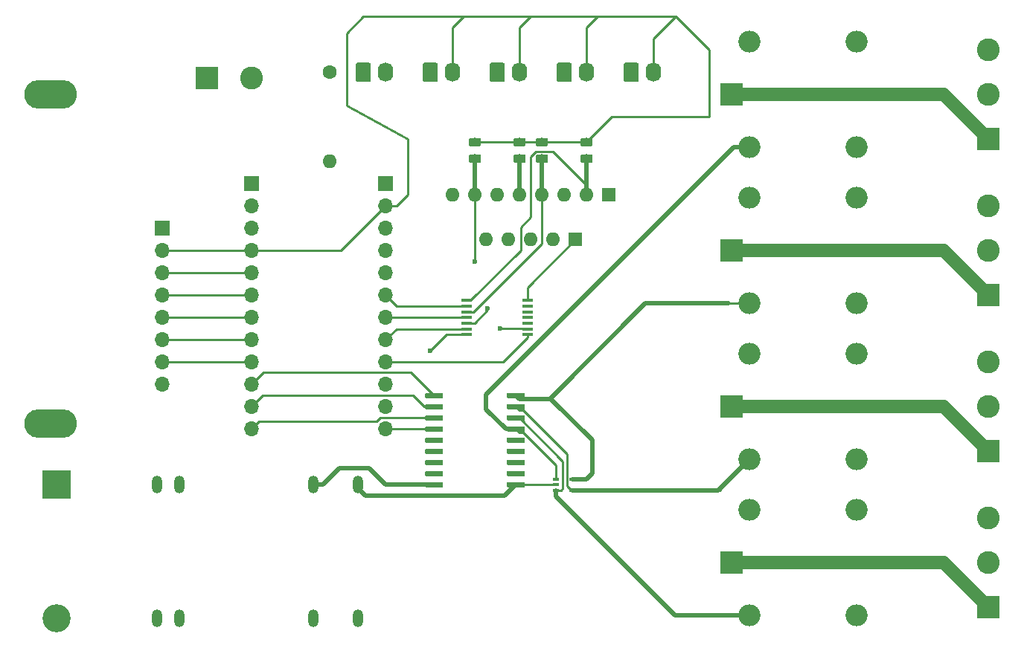
<source format=gbr>
%TF.GenerationSoftware,KiCad,Pcbnew,5.1.4+dfsg1-1*%
%TF.CreationDate,2019-12-07T14:51:34+10:00*%
%TF.ProjectId,ActuatorsExpanded,41637475-6174-46f7-9273-457870616e64,1*%
%TF.SameCoordinates,Original*%
%TF.FileFunction,Copper,L1,Top*%
%TF.FilePolarity,Positive*%
%FSLAX46Y46*%
G04 Gerber Fmt 4.6, Leading zero omitted, Abs format (unit mm)*
G04 Created by KiCad (PCBNEW 5.1.4+dfsg1-1) date 2019-12-07 14:51:34*
%MOMM*%
%LPD*%
G04 APERTURE LIST*
%ADD10C,2.600000*%
%ADD11R,2.600000X2.600000*%
%ADD12O,1.700000X1.700000*%
%ADD13R,1.700000X1.700000*%
%ADD14O,2.500000X2.500000*%
%ADD15R,2.500000X2.500000*%
%ADD16C,0.100000*%
%ADD17C,0.600000*%
%ADD18R,1.200000X0.400000*%
%ADD19O,1.600000X1.600000*%
%ADD20R,1.600000X1.600000*%
%ADD21C,1.600000*%
%ADD22O,1.200000X2.000000*%
%ADD23O,1.740000X2.200000*%
%ADD24C,1.740000*%
%ADD25O,6.000000X3.250000*%
%ADD26O,3.200000X3.200000*%
%ADD27R,3.200000X3.200000*%
%ADD28R,0.650000X0.400000*%
%ADD29C,0.975000*%
%ADD30C,0.250000*%
%ADD31C,0.500000*%
%ADD32C,1.500000*%
G04 APERTURE END LIST*
D10*
X194945000Y-58420000D03*
X194945000Y-63500000D03*
D11*
X194945000Y-68580000D03*
D12*
X126365000Y-101600000D03*
X126365000Y-99060000D03*
X126365000Y-96520000D03*
X126365000Y-93980000D03*
X126365000Y-91440000D03*
X126365000Y-88900000D03*
X126365000Y-86360000D03*
X126365000Y-83820000D03*
X126365000Y-81280000D03*
X126365000Y-78740000D03*
X126365000Y-76200000D03*
D13*
X126365000Y-73660000D03*
D10*
X194945000Y-111760000D03*
X194945000Y-116840000D03*
D11*
X194945000Y-121920000D03*
D14*
X167735000Y-75280000D03*
X179935000Y-75280000D03*
X179935000Y-87280000D03*
X167735000Y-87280000D03*
D15*
X165735000Y-81280000D03*
D14*
X167735000Y-93060000D03*
X179935000Y-93060000D03*
X179935000Y-105060000D03*
X167735000Y-105060000D03*
D15*
X165735000Y-99060000D03*
D16*
G36*
X142064703Y-97490722D02*
G01*
X142079264Y-97492882D01*
X142093543Y-97496459D01*
X142107403Y-97501418D01*
X142120710Y-97507712D01*
X142133336Y-97515280D01*
X142145159Y-97524048D01*
X142156066Y-97533934D01*
X142165952Y-97544841D01*
X142174720Y-97556664D01*
X142182288Y-97569290D01*
X142188582Y-97582597D01*
X142193541Y-97596457D01*
X142197118Y-97610736D01*
X142199278Y-97625297D01*
X142200000Y-97640000D01*
X142200000Y-97940000D01*
X142199278Y-97954703D01*
X142197118Y-97969264D01*
X142193541Y-97983543D01*
X142188582Y-97997403D01*
X142182288Y-98010710D01*
X142174720Y-98023336D01*
X142165952Y-98035159D01*
X142156066Y-98046066D01*
X142145159Y-98055952D01*
X142133336Y-98064720D01*
X142120710Y-98072288D01*
X142107403Y-98078582D01*
X142093543Y-98083541D01*
X142079264Y-98087118D01*
X142064703Y-98089278D01*
X142050000Y-98090000D01*
X140300000Y-98090000D01*
X140285297Y-98089278D01*
X140270736Y-98087118D01*
X140256457Y-98083541D01*
X140242597Y-98078582D01*
X140229290Y-98072288D01*
X140216664Y-98064720D01*
X140204841Y-98055952D01*
X140193934Y-98046066D01*
X140184048Y-98035159D01*
X140175280Y-98023336D01*
X140167712Y-98010710D01*
X140161418Y-97997403D01*
X140156459Y-97983543D01*
X140152882Y-97969264D01*
X140150722Y-97954703D01*
X140150000Y-97940000D01*
X140150000Y-97640000D01*
X140150722Y-97625297D01*
X140152882Y-97610736D01*
X140156459Y-97596457D01*
X140161418Y-97582597D01*
X140167712Y-97569290D01*
X140175280Y-97556664D01*
X140184048Y-97544841D01*
X140193934Y-97533934D01*
X140204841Y-97524048D01*
X140216664Y-97515280D01*
X140229290Y-97507712D01*
X140242597Y-97501418D01*
X140256457Y-97496459D01*
X140270736Y-97492882D01*
X140285297Y-97490722D01*
X140300000Y-97490000D01*
X142050000Y-97490000D01*
X142064703Y-97490722D01*
X142064703Y-97490722D01*
G37*
D17*
X141175000Y-97790000D03*
D16*
G36*
X142064703Y-98760722D02*
G01*
X142079264Y-98762882D01*
X142093543Y-98766459D01*
X142107403Y-98771418D01*
X142120710Y-98777712D01*
X142133336Y-98785280D01*
X142145159Y-98794048D01*
X142156066Y-98803934D01*
X142165952Y-98814841D01*
X142174720Y-98826664D01*
X142182288Y-98839290D01*
X142188582Y-98852597D01*
X142193541Y-98866457D01*
X142197118Y-98880736D01*
X142199278Y-98895297D01*
X142200000Y-98910000D01*
X142200000Y-99210000D01*
X142199278Y-99224703D01*
X142197118Y-99239264D01*
X142193541Y-99253543D01*
X142188582Y-99267403D01*
X142182288Y-99280710D01*
X142174720Y-99293336D01*
X142165952Y-99305159D01*
X142156066Y-99316066D01*
X142145159Y-99325952D01*
X142133336Y-99334720D01*
X142120710Y-99342288D01*
X142107403Y-99348582D01*
X142093543Y-99353541D01*
X142079264Y-99357118D01*
X142064703Y-99359278D01*
X142050000Y-99360000D01*
X140300000Y-99360000D01*
X140285297Y-99359278D01*
X140270736Y-99357118D01*
X140256457Y-99353541D01*
X140242597Y-99348582D01*
X140229290Y-99342288D01*
X140216664Y-99334720D01*
X140204841Y-99325952D01*
X140193934Y-99316066D01*
X140184048Y-99305159D01*
X140175280Y-99293336D01*
X140167712Y-99280710D01*
X140161418Y-99267403D01*
X140156459Y-99253543D01*
X140152882Y-99239264D01*
X140150722Y-99224703D01*
X140150000Y-99210000D01*
X140150000Y-98910000D01*
X140150722Y-98895297D01*
X140152882Y-98880736D01*
X140156459Y-98866457D01*
X140161418Y-98852597D01*
X140167712Y-98839290D01*
X140175280Y-98826664D01*
X140184048Y-98814841D01*
X140193934Y-98803934D01*
X140204841Y-98794048D01*
X140216664Y-98785280D01*
X140229290Y-98777712D01*
X140242597Y-98771418D01*
X140256457Y-98766459D01*
X140270736Y-98762882D01*
X140285297Y-98760722D01*
X140300000Y-98760000D01*
X142050000Y-98760000D01*
X142064703Y-98760722D01*
X142064703Y-98760722D01*
G37*
D17*
X141175000Y-99060000D03*
D16*
G36*
X142064703Y-100030722D02*
G01*
X142079264Y-100032882D01*
X142093543Y-100036459D01*
X142107403Y-100041418D01*
X142120710Y-100047712D01*
X142133336Y-100055280D01*
X142145159Y-100064048D01*
X142156066Y-100073934D01*
X142165952Y-100084841D01*
X142174720Y-100096664D01*
X142182288Y-100109290D01*
X142188582Y-100122597D01*
X142193541Y-100136457D01*
X142197118Y-100150736D01*
X142199278Y-100165297D01*
X142200000Y-100180000D01*
X142200000Y-100480000D01*
X142199278Y-100494703D01*
X142197118Y-100509264D01*
X142193541Y-100523543D01*
X142188582Y-100537403D01*
X142182288Y-100550710D01*
X142174720Y-100563336D01*
X142165952Y-100575159D01*
X142156066Y-100586066D01*
X142145159Y-100595952D01*
X142133336Y-100604720D01*
X142120710Y-100612288D01*
X142107403Y-100618582D01*
X142093543Y-100623541D01*
X142079264Y-100627118D01*
X142064703Y-100629278D01*
X142050000Y-100630000D01*
X140300000Y-100630000D01*
X140285297Y-100629278D01*
X140270736Y-100627118D01*
X140256457Y-100623541D01*
X140242597Y-100618582D01*
X140229290Y-100612288D01*
X140216664Y-100604720D01*
X140204841Y-100595952D01*
X140193934Y-100586066D01*
X140184048Y-100575159D01*
X140175280Y-100563336D01*
X140167712Y-100550710D01*
X140161418Y-100537403D01*
X140156459Y-100523543D01*
X140152882Y-100509264D01*
X140150722Y-100494703D01*
X140150000Y-100480000D01*
X140150000Y-100180000D01*
X140150722Y-100165297D01*
X140152882Y-100150736D01*
X140156459Y-100136457D01*
X140161418Y-100122597D01*
X140167712Y-100109290D01*
X140175280Y-100096664D01*
X140184048Y-100084841D01*
X140193934Y-100073934D01*
X140204841Y-100064048D01*
X140216664Y-100055280D01*
X140229290Y-100047712D01*
X140242597Y-100041418D01*
X140256457Y-100036459D01*
X140270736Y-100032882D01*
X140285297Y-100030722D01*
X140300000Y-100030000D01*
X142050000Y-100030000D01*
X142064703Y-100030722D01*
X142064703Y-100030722D01*
G37*
D17*
X141175000Y-100330000D03*
D16*
G36*
X142064703Y-101300722D02*
G01*
X142079264Y-101302882D01*
X142093543Y-101306459D01*
X142107403Y-101311418D01*
X142120710Y-101317712D01*
X142133336Y-101325280D01*
X142145159Y-101334048D01*
X142156066Y-101343934D01*
X142165952Y-101354841D01*
X142174720Y-101366664D01*
X142182288Y-101379290D01*
X142188582Y-101392597D01*
X142193541Y-101406457D01*
X142197118Y-101420736D01*
X142199278Y-101435297D01*
X142200000Y-101450000D01*
X142200000Y-101750000D01*
X142199278Y-101764703D01*
X142197118Y-101779264D01*
X142193541Y-101793543D01*
X142188582Y-101807403D01*
X142182288Y-101820710D01*
X142174720Y-101833336D01*
X142165952Y-101845159D01*
X142156066Y-101856066D01*
X142145159Y-101865952D01*
X142133336Y-101874720D01*
X142120710Y-101882288D01*
X142107403Y-101888582D01*
X142093543Y-101893541D01*
X142079264Y-101897118D01*
X142064703Y-101899278D01*
X142050000Y-101900000D01*
X140300000Y-101900000D01*
X140285297Y-101899278D01*
X140270736Y-101897118D01*
X140256457Y-101893541D01*
X140242597Y-101888582D01*
X140229290Y-101882288D01*
X140216664Y-101874720D01*
X140204841Y-101865952D01*
X140193934Y-101856066D01*
X140184048Y-101845159D01*
X140175280Y-101833336D01*
X140167712Y-101820710D01*
X140161418Y-101807403D01*
X140156459Y-101793543D01*
X140152882Y-101779264D01*
X140150722Y-101764703D01*
X140150000Y-101750000D01*
X140150000Y-101450000D01*
X140150722Y-101435297D01*
X140152882Y-101420736D01*
X140156459Y-101406457D01*
X140161418Y-101392597D01*
X140167712Y-101379290D01*
X140175280Y-101366664D01*
X140184048Y-101354841D01*
X140193934Y-101343934D01*
X140204841Y-101334048D01*
X140216664Y-101325280D01*
X140229290Y-101317712D01*
X140242597Y-101311418D01*
X140256457Y-101306459D01*
X140270736Y-101302882D01*
X140285297Y-101300722D01*
X140300000Y-101300000D01*
X142050000Y-101300000D01*
X142064703Y-101300722D01*
X142064703Y-101300722D01*
G37*
D17*
X141175000Y-101600000D03*
D16*
G36*
X142064703Y-102570722D02*
G01*
X142079264Y-102572882D01*
X142093543Y-102576459D01*
X142107403Y-102581418D01*
X142120710Y-102587712D01*
X142133336Y-102595280D01*
X142145159Y-102604048D01*
X142156066Y-102613934D01*
X142165952Y-102624841D01*
X142174720Y-102636664D01*
X142182288Y-102649290D01*
X142188582Y-102662597D01*
X142193541Y-102676457D01*
X142197118Y-102690736D01*
X142199278Y-102705297D01*
X142200000Y-102720000D01*
X142200000Y-103020000D01*
X142199278Y-103034703D01*
X142197118Y-103049264D01*
X142193541Y-103063543D01*
X142188582Y-103077403D01*
X142182288Y-103090710D01*
X142174720Y-103103336D01*
X142165952Y-103115159D01*
X142156066Y-103126066D01*
X142145159Y-103135952D01*
X142133336Y-103144720D01*
X142120710Y-103152288D01*
X142107403Y-103158582D01*
X142093543Y-103163541D01*
X142079264Y-103167118D01*
X142064703Y-103169278D01*
X142050000Y-103170000D01*
X140300000Y-103170000D01*
X140285297Y-103169278D01*
X140270736Y-103167118D01*
X140256457Y-103163541D01*
X140242597Y-103158582D01*
X140229290Y-103152288D01*
X140216664Y-103144720D01*
X140204841Y-103135952D01*
X140193934Y-103126066D01*
X140184048Y-103115159D01*
X140175280Y-103103336D01*
X140167712Y-103090710D01*
X140161418Y-103077403D01*
X140156459Y-103063543D01*
X140152882Y-103049264D01*
X140150722Y-103034703D01*
X140150000Y-103020000D01*
X140150000Y-102720000D01*
X140150722Y-102705297D01*
X140152882Y-102690736D01*
X140156459Y-102676457D01*
X140161418Y-102662597D01*
X140167712Y-102649290D01*
X140175280Y-102636664D01*
X140184048Y-102624841D01*
X140193934Y-102613934D01*
X140204841Y-102604048D01*
X140216664Y-102595280D01*
X140229290Y-102587712D01*
X140242597Y-102581418D01*
X140256457Y-102576459D01*
X140270736Y-102572882D01*
X140285297Y-102570722D01*
X140300000Y-102570000D01*
X142050000Y-102570000D01*
X142064703Y-102570722D01*
X142064703Y-102570722D01*
G37*
D17*
X141175000Y-102870000D03*
D16*
G36*
X142064703Y-103840722D02*
G01*
X142079264Y-103842882D01*
X142093543Y-103846459D01*
X142107403Y-103851418D01*
X142120710Y-103857712D01*
X142133336Y-103865280D01*
X142145159Y-103874048D01*
X142156066Y-103883934D01*
X142165952Y-103894841D01*
X142174720Y-103906664D01*
X142182288Y-103919290D01*
X142188582Y-103932597D01*
X142193541Y-103946457D01*
X142197118Y-103960736D01*
X142199278Y-103975297D01*
X142200000Y-103990000D01*
X142200000Y-104290000D01*
X142199278Y-104304703D01*
X142197118Y-104319264D01*
X142193541Y-104333543D01*
X142188582Y-104347403D01*
X142182288Y-104360710D01*
X142174720Y-104373336D01*
X142165952Y-104385159D01*
X142156066Y-104396066D01*
X142145159Y-104405952D01*
X142133336Y-104414720D01*
X142120710Y-104422288D01*
X142107403Y-104428582D01*
X142093543Y-104433541D01*
X142079264Y-104437118D01*
X142064703Y-104439278D01*
X142050000Y-104440000D01*
X140300000Y-104440000D01*
X140285297Y-104439278D01*
X140270736Y-104437118D01*
X140256457Y-104433541D01*
X140242597Y-104428582D01*
X140229290Y-104422288D01*
X140216664Y-104414720D01*
X140204841Y-104405952D01*
X140193934Y-104396066D01*
X140184048Y-104385159D01*
X140175280Y-104373336D01*
X140167712Y-104360710D01*
X140161418Y-104347403D01*
X140156459Y-104333543D01*
X140152882Y-104319264D01*
X140150722Y-104304703D01*
X140150000Y-104290000D01*
X140150000Y-103990000D01*
X140150722Y-103975297D01*
X140152882Y-103960736D01*
X140156459Y-103946457D01*
X140161418Y-103932597D01*
X140167712Y-103919290D01*
X140175280Y-103906664D01*
X140184048Y-103894841D01*
X140193934Y-103883934D01*
X140204841Y-103874048D01*
X140216664Y-103865280D01*
X140229290Y-103857712D01*
X140242597Y-103851418D01*
X140256457Y-103846459D01*
X140270736Y-103842882D01*
X140285297Y-103840722D01*
X140300000Y-103840000D01*
X142050000Y-103840000D01*
X142064703Y-103840722D01*
X142064703Y-103840722D01*
G37*
D17*
X141175000Y-104140000D03*
D16*
G36*
X142064703Y-105110722D02*
G01*
X142079264Y-105112882D01*
X142093543Y-105116459D01*
X142107403Y-105121418D01*
X142120710Y-105127712D01*
X142133336Y-105135280D01*
X142145159Y-105144048D01*
X142156066Y-105153934D01*
X142165952Y-105164841D01*
X142174720Y-105176664D01*
X142182288Y-105189290D01*
X142188582Y-105202597D01*
X142193541Y-105216457D01*
X142197118Y-105230736D01*
X142199278Y-105245297D01*
X142200000Y-105260000D01*
X142200000Y-105560000D01*
X142199278Y-105574703D01*
X142197118Y-105589264D01*
X142193541Y-105603543D01*
X142188582Y-105617403D01*
X142182288Y-105630710D01*
X142174720Y-105643336D01*
X142165952Y-105655159D01*
X142156066Y-105666066D01*
X142145159Y-105675952D01*
X142133336Y-105684720D01*
X142120710Y-105692288D01*
X142107403Y-105698582D01*
X142093543Y-105703541D01*
X142079264Y-105707118D01*
X142064703Y-105709278D01*
X142050000Y-105710000D01*
X140300000Y-105710000D01*
X140285297Y-105709278D01*
X140270736Y-105707118D01*
X140256457Y-105703541D01*
X140242597Y-105698582D01*
X140229290Y-105692288D01*
X140216664Y-105684720D01*
X140204841Y-105675952D01*
X140193934Y-105666066D01*
X140184048Y-105655159D01*
X140175280Y-105643336D01*
X140167712Y-105630710D01*
X140161418Y-105617403D01*
X140156459Y-105603543D01*
X140152882Y-105589264D01*
X140150722Y-105574703D01*
X140150000Y-105560000D01*
X140150000Y-105260000D01*
X140150722Y-105245297D01*
X140152882Y-105230736D01*
X140156459Y-105216457D01*
X140161418Y-105202597D01*
X140167712Y-105189290D01*
X140175280Y-105176664D01*
X140184048Y-105164841D01*
X140193934Y-105153934D01*
X140204841Y-105144048D01*
X140216664Y-105135280D01*
X140229290Y-105127712D01*
X140242597Y-105121418D01*
X140256457Y-105116459D01*
X140270736Y-105112882D01*
X140285297Y-105110722D01*
X140300000Y-105110000D01*
X142050000Y-105110000D01*
X142064703Y-105110722D01*
X142064703Y-105110722D01*
G37*
D17*
X141175000Y-105410000D03*
D16*
G36*
X142064703Y-106380722D02*
G01*
X142079264Y-106382882D01*
X142093543Y-106386459D01*
X142107403Y-106391418D01*
X142120710Y-106397712D01*
X142133336Y-106405280D01*
X142145159Y-106414048D01*
X142156066Y-106423934D01*
X142165952Y-106434841D01*
X142174720Y-106446664D01*
X142182288Y-106459290D01*
X142188582Y-106472597D01*
X142193541Y-106486457D01*
X142197118Y-106500736D01*
X142199278Y-106515297D01*
X142200000Y-106530000D01*
X142200000Y-106830000D01*
X142199278Y-106844703D01*
X142197118Y-106859264D01*
X142193541Y-106873543D01*
X142188582Y-106887403D01*
X142182288Y-106900710D01*
X142174720Y-106913336D01*
X142165952Y-106925159D01*
X142156066Y-106936066D01*
X142145159Y-106945952D01*
X142133336Y-106954720D01*
X142120710Y-106962288D01*
X142107403Y-106968582D01*
X142093543Y-106973541D01*
X142079264Y-106977118D01*
X142064703Y-106979278D01*
X142050000Y-106980000D01*
X140300000Y-106980000D01*
X140285297Y-106979278D01*
X140270736Y-106977118D01*
X140256457Y-106973541D01*
X140242597Y-106968582D01*
X140229290Y-106962288D01*
X140216664Y-106954720D01*
X140204841Y-106945952D01*
X140193934Y-106936066D01*
X140184048Y-106925159D01*
X140175280Y-106913336D01*
X140167712Y-106900710D01*
X140161418Y-106887403D01*
X140156459Y-106873543D01*
X140152882Y-106859264D01*
X140150722Y-106844703D01*
X140150000Y-106830000D01*
X140150000Y-106530000D01*
X140150722Y-106515297D01*
X140152882Y-106500736D01*
X140156459Y-106486457D01*
X140161418Y-106472597D01*
X140167712Y-106459290D01*
X140175280Y-106446664D01*
X140184048Y-106434841D01*
X140193934Y-106423934D01*
X140204841Y-106414048D01*
X140216664Y-106405280D01*
X140229290Y-106397712D01*
X140242597Y-106391418D01*
X140256457Y-106386459D01*
X140270736Y-106382882D01*
X140285297Y-106380722D01*
X140300000Y-106380000D01*
X142050000Y-106380000D01*
X142064703Y-106380722D01*
X142064703Y-106380722D01*
G37*
D17*
X141175000Y-106680000D03*
D16*
G36*
X142064703Y-107650722D02*
G01*
X142079264Y-107652882D01*
X142093543Y-107656459D01*
X142107403Y-107661418D01*
X142120710Y-107667712D01*
X142133336Y-107675280D01*
X142145159Y-107684048D01*
X142156066Y-107693934D01*
X142165952Y-107704841D01*
X142174720Y-107716664D01*
X142182288Y-107729290D01*
X142188582Y-107742597D01*
X142193541Y-107756457D01*
X142197118Y-107770736D01*
X142199278Y-107785297D01*
X142200000Y-107800000D01*
X142200000Y-108100000D01*
X142199278Y-108114703D01*
X142197118Y-108129264D01*
X142193541Y-108143543D01*
X142188582Y-108157403D01*
X142182288Y-108170710D01*
X142174720Y-108183336D01*
X142165952Y-108195159D01*
X142156066Y-108206066D01*
X142145159Y-108215952D01*
X142133336Y-108224720D01*
X142120710Y-108232288D01*
X142107403Y-108238582D01*
X142093543Y-108243541D01*
X142079264Y-108247118D01*
X142064703Y-108249278D01*
X142050000Y-108250000D01*
X140300000Y-108250000D01*
X140285297Y-108249278D01*
X140270736Y-108247118D01*
X140256457Y-108243541D01*
X140242597Y-108238582D01*
X140229290Y-108232288D01*
X140216664Y-108224720D01*
X140204841Y-108215952D01*
X140193934Y-108206066D01*
X140184048Y-108195159D01*
X140175280Y-108183336D01*
X140167712Y-108170710D01*
X140161418Y-108157403D01*
X140156459Y-108143543D01*
X140152882Y-108129264D01*
X140150722Y-108114703D01*
X140150000Y-108100000D01*
X140150000Y-107800000D01*
X140150722Y-107785297D01*
X140152882Y-107770736D01*
X140156459Y-107756457D01*
X140161418Y-107742597D01*
X140167712Y-107729290D01*
X140175280Y-107716664D01*
X140184048Y-107704841D01*
X140193934Y-107693934D01*
X140204841Y-107684048D01*
X140216664Y-107675280D01*
X140229290Y-107667712D01*
X140242597Y-107661418D01*
X140256457Y-107656459D01*
X140270736Y-107652882D01*
X140285297Y-107650722D01*
X140300000Y-107650000D01*
X142050000Y-107650000D01*
X142064703Y-107650722D01*
X142064703Y-107650722D01*
G37*
D17*
X141175000Y-107950000D03*
D16*
G36*
X132764703Y-107650722D02*
G01*
X132779264Y-107652882D01*
X132793543Y-107656459D01*
X132807403Y-107661418D01*
X132820710Y-107667712D01*
X132833336Y-107675280D01*
X132845159Y-107684048D01*
X132856066Y-107693934D01*
X132865952Y-107704841D01*
X132874720Y-107716664D01*
X132882288Y-107729290D01*
X132888582Y-107742597D01*
X132893541Y-107756457D01*
X132897118Y-107770736D01*
X132899278Y-107785297D01*
X132900000Y-107800000D01*
X132900000Y-108100000D01*
X132899278Y-108114703D01*
X132897118Y-108129264D01*
X132893541Y-108143543D01*
X132888582Y-108157403D01*
X132882288Y-108170710D01*
X132874720Y-108183336D01*
X132865952Y-108195159D01*
X132856066Y-108206066D01*
X132845159Y-108215952D01*
X132833336Y-108224720D01*
X132820710Y-108232288D01*
X132807403Y-108238582D01*
X132793543Y-108243541D01*
X132779264Y-108247118D01*
X132764703Y-108249278D01*
X132750000Y-108250000D01*
X131000000Y-108250000D01*
X130985297Y-108249278D01*
X130970736Y-108247118D01*
X130956457Y-108243541D01*
X130942597Y-108238582D01*
X130929290Y-108232288D01*
X130916664Y-108224720D01*
X130904841Y-108215952D01*
X130893934Y-108206066D01*
X130884048Y-108195159D01*
X130875280Y-108183336D01*
X130867712Y-108170710D01*
X130861418Y-108157403D01*
X130856459Y-108143543D01*
X130852882Y-108129264D01*
X130850722Y-108114703D01*
X130850000Y-108100000D01*
X130850000Y-107800000D01*
X130850722Y-107785297D01*
X130852882Y-107770736D01*
X130856459Y-107756457D01*
X130861418Y-107742597D01*
X130867712Y-107729290D01*
X130875280Y-107716664D01*
X130884048Y-107704841D01*
X130893934Y-107693934D01*
X130904841Y-107684048D01*
X130916664Y-107675280D01*
X130929290Y-107667712D01*
X130942597Y-107661418D01*
X130956457Y-107656459D01*
X130970736Y-107652882D01*
X130985297Y-107650722D01*
X131000000Y-107650000D01*
X132750000Y-107650000D01*
X132764703Y-107650722D01*
X132764703Y-107650722D01*
G37*
D17*
X131875000Y-107950000D03*
D16*
G36*
X132764703Y-106380722D02*
G01*
X132779264Y-106382882D01*
X132793543Y-106386459D01*
X132807403Y-106391418D01*
X132820710Y-106397712D01*
X132833336Y-106405280D01*
X132845159Y-106414048D01*
X132856066Y-106423934D01*
X132865952Y-106434841D01*
X132874720Y-106446664D01*
X132882288Y-106459290D01*
X132888582Y-106472597D01*
X132893541Y-106486457D01*
X132897118Y-106500736D01*
X132899278Y-106515297D01*
X132900000Y-106530000D01*
X132900000Y-106830000D01*
X132899278Y-106844703D01*
X132897118Y-106859264D01*
X132893541Y-106873543D01*
X132888582Y-106887403D01*
X132882288Y-106900710D01*
X132874720Y-106913336D01*
X132865952Y-106925159D01*
X132856066Y-106936066D01*
X132845159Y-106945952D01*
X132833336Y-106954720D01*
X132820710Y-106962288D01*
X132807403Y-106968582D01*
X132793543Y-106973541D01*
X132779264Y-106977118D01*
X132764703Y-106979278D01*
X132750000Y-106980000D01*
X131000000Y-106980000D01*
X130985297Y-106979278D01*
X130970736Y-106977118D01*
X130956457Y-106973541D01*
X130942597Y-106968582D01*
X130929290Y-106962288D01*
X130916664Y-106954720D01*
X130904841Y-106945952D01*
X130893934Y-106936066D01*
X130884048Y-106925159D01*
X130875280Y-106913336D01*
X130867712Y-106900710D01*
X130861418Y-106887403D01*
X130856459Y-106873543D01*
X130852882Y-106859264D01*
X130850722Y-106844703D01*
X130850000Y-106830000D01*
X130850000Y-106530000D01*
X130850722Y-106515297D01*
X130852882Y-106500736D01*
X130856459Y-106486457D01*
X130861418Y-106472597D01*
X130867712Y-106459290D01*
X130875280Y-106446664D01*
X130884048Y-106434841D01*
X130893934Y-106423934D01*
X130904841Y-106414048D01*
X130916664Y-106405280D01*
X130929290Y-106397712D01*
X130942597Y-106391418D01*
X130956457Y-106386459D01*
X130970736Y-106382882D01*
X130985297Y-106380722D01*
X131000000Y-106380000D01*
X132750000Y-106380000D01*
X132764703Y-106380722D01*
X132764703Y-106380722D01*
G37*
D17*
X131875000Y-106680000D03*
D16*
G36*
X132764703Y-105110722D02*
G01*
X132779264Y-105112882D01*
X132793543Y-105116459D01*
X132807403Y-105121418D01*
X132820710Y-105127712D01*
X132833336Y-105135280D01*
X132845159Y-105144048D01*
X132856066Y-105153934D01*
X132865952Y-105164841D01*
X132874720Y-105176664D01*
X132882288Y-105189290D01*
X132888582Y-105202597D01*
X132893541Y-105216457D01*
X132897118Y-105230736D01*
X132899278Y-105245297D01*
X132900000Y-105260000D01*
X132900000Y-105560000D01*
X132899278Y-105574703D01*
X132897118Y-105589264D01*
X132893541Y-105603543D01*
X132888582Y-105617403D01*
X132882288Y-105630710D01*
X132874720Y-105643336D01*
X132865952Y-105655159D01*
X132856066Y-105666066D01*
X132845159Y-105675952D01*
X132833336Y-105684720D01*
X132820710Y-105692288D01*
X132807403Y-105698582D01*
X132793543Y-105703541D01*
X132779264Y-105707118D01*
X132764703Y-105709278D01*
X132750000Y-105710000D01*
X131000000Y-105710000D01*
X130985297Y-105709278D01*
X130970736Y-105707118D01*
X130956457Y-105703541D01*
X130942597Y-105698582D01*
X130929290Y-105692288D01*
X130916664Y-105684720D01*
X130904841Y-105675952D01*
X130893934Y-105666066D01*
X130884048Y-105655159D01*
X130875280Y-105643336D01*
X130867712Y-105630710D01*
X130861418Y-105617403D01*
X130856459Y-105603543D01*
X130852882Y-105589264D01*
X130850722Y-105574703D01*
X130850000Y-105560000D01*
X130850000Y-105260000D01*
X130850722Y-105245297D01*
X130852882Y-105230736D01*
X130856459Y-105216457D01*
X130861418Y-105202597D01*
X130867712Y-105189290D01*
X130875280Y-105176664D01*
X130884048Y-105164841D01*
X130893934Y-105153934D01*
X130904841Y-105144048D01*
X130916664Y-105135280D01*
X130929290Y-105127712D01*
X130942597Y-105121418D01*
X130956457Y-105116459D01*
X130970736Y-105112882D01*
X130985297Y-105110722D01*
X131000000Y-105110000D01*
X132750000Y-105110000D01*
X132764703Y-105110722D01*
X132764703Y-105110722D01*
G37*
D17*
X131875000Y-105410000D03*
D16*
G36*
X132764703Y-103840722D02*
G01*
X132779264Y-103842882D01*
X132793543Y-103846459D01*
X132807403Y-103851418D01*
X132820710Y-103857712D01*
X132833336Y-103865280D01*
X132845159Y-103874048D01*
X132856066Y-103883934D01*
X132865952Y-103894841D01*
X132874720Y-103906664D01*
X132882288Y-103919290D01*
X132888582Y-103932597D01*
X132893541Y-103946457D01*
X132897118Y-103960736D01*
X132899278Y-103975297D01*
X132900000Y-103990000D01*
X132900000Y-104290000D01*
X132899278Y-104304703D01*
X132897118Y-104319264D01*
X132893541Y-104333543D01*
X132888582Y-104347403D01*
X132882288Y-104360710D01*
X132874720Y-104373336D01*
X132865952Y-104385159D01*
X132856066Y-104396066D01*
X132845159Y-104405952D01*
X132833336Y-104414720D01*
X132820710Y-104422288D01*
X132807403Y-104428582D01*
X132793543Y-104433541D01*
X132779264Y-104437118D01*
X132764703Y-104439278D01*
X132750000Y-104440000D01*
X131000000Y-104440000D01*
X130985297Y-104439278D01*
X130970736Y-104437118D01*
X130956457Y-104433541D01*
X130942597Y-104428582D01*
X130929290Y-104422288D01*
X130916664Y-104414720D01*
X130904841Y-104405952D01*
X130893934Y-104396066D01*
X130884048Y-104385159D01*
X130875280Y-104373336D01*
X130867712Y-104360710D01*
X130861418Y-104347403D01*
X130856459Y-104333543D01*
X130852882Y-104319264D01*
X130850722Y-104304703D01*
X130850000Y-104290000D01*
X130850000Y-103990000D01*
X130850722Y-103975297D01*
X130852882Y-103960736D01*
X130856459Y-103946457D01*
X130861418Y-103932597D01*
X130867712Y-103919290D01*
X130875280Y-103906664D01*
X130884048Y-103894841D01*
X130893934Y-103883934D01*
X130904841Y-103874048D01*
X130916664Y-103865280D01*
X130929290Y-103857712D01*
X130942597Y-103851418D01*
X130956457Y-103846459D01*
X130970736Y-103842882D01*
X130985297Y-103840722D01*
X131000000Y-103840000D01*
X132750000Y-103840000D01*
X132764703Y-103840722D01*
X132764703Y-103840722D01*
G37*
D17*
X131875000Y-104140000D03*
D16*
G36*
X132764703Y-102570722D02*
G01*
X132779264Y-102572882D01*
X132793543Y-102576459D01*
X132807403Y-102581418D01*
X132820710Y-102587712D01*
X132833336Y-102595280D01*
X132845159Y-102604048D01*
X132856066Y-102613934D01*
X132865952Y-102624841D01*
X132874720Y-102636664D01*
X132882288Y-102649290D01*
X132888582Y-102662597D01*
X132893541Y-102676457D01*
X132897118Y-102690736D01*
X132899278Y-102705297D01*
X132900000Y-102720000D01*
X132900000Y-103020000D01*
X132899278Y-103034703D01*
X132897118Y-103049264D01*
X132893541Y-103063543D01*
X132888582Y-103077403D01*
X132882288Y-103090710D01*
X132874720Y-103103336D01*
X132865952Y-103115159D01*
X132856066Y-103126066D01*
X132845159Y-103135952D01*
X132833336Y-103144720D01*
X132820710Y-103152288D01*
X132807403Y-103158582D01*
X132793543Y-103163541D01*
X132779264Y-103167118D01*
X132764703Y-103169278D01*
X132750000Y-103170000D01*
X131000000Y-103170000D01*
X130985297Y-103169278D01*
X130970736Y-103167118D01*
X130956457Y-103163541D01*
X130942597Y-103158582D01*
X130929290Y-103152288D01*
X130916664Y-103144720D01*
X130904841Y-103135952D01*
X130893934Y-103126066D01*
X130884048Y-103115159D01*
X130875280Y-103103336D01*
X130867712Y-103090710D01*
X130861418Y-103077403D01*
X130856459Y-103063543D01*
X130852882Y-103049264D01*
X130850722Y-103034703D01*
X130850000Y-103020000D01*
X130850000Y-102720000D01*
X130850722Y-102705297D01*
X130852882Y-102690736D01*
X130856459Y-102676457D01*
X130861418Y-102662597D01*
X130867712Y-102649290D01*
X130875280Y-102636664D01*
X130884048Y-102624841D01*
X130893934Y-102613934D01*
X130904841Y-102604048D01*
X130916664Y-102595280D01*
X130929290Y-102587712D01*
X130942597Y-102581418D01*
X130956457Y-102576459D01*
X130970736Y-102572882D01*
X130985297Y-102570722D01*
X131000000Y-102570000D01*
X132750000Y-102570000D01*
X132764703Y-102570722D01*
X132764703Y-102570722D01*
G37*
D17*
X131875000Y-102870000D03*
D16*
G36*
X132764703Y-101300722D02*
G01*
X132779264Y-101302882D01*
X132793543Y-101306459D01*
X132807403Y-101311418D01*
X132820710Y-101317712D01*
X132833336Y-101325280D01*
X132845159Y-101334048D01*
X132856066Y-101343934D01*
X132865952Y-101354841D01*
X132874720Y-101366664D01*
X132882288Y-101379290D01*
X132888582Y-101392597D01*
X132893541Y-101406457D01*
X132897118Y-101420736D01*
X132899278Y-101435297D01*
X132900000Y-101450000D01*
X132900000Y-101750000D01*
X132899278Y-101764703D01*
X132897118Y-101779264D01*
X132893541Y-101793543D01*
X132888582Y-101807403D01*
X132882288Y-101820710D01*
X132874720Y-101833336D01*
X132865952Y-101845159D01*
X132856066Y-101856066D01*
X132845159Y-101865952D01*
X132833336Y-101874720D01*
X132820710Y-101882288D01*
X132807403Y-101888582D01*
X132793543Y-101893541D01*
X132779264Y-101897118D01*
X132764703Y-101899278D01*
X132750000Y-101900000D01*
X131000000Y-101900000D01*
X130985297Y-101899278D01*
X130970736Y-101897118D01*
X130956457Y-101893541D01*
X130942597Y-101888582D01*
X130929290Y-101882288D01*
X130916664Y-101874720D01*
X130904841Y-101865952D01*
X130893934Y-101856066D01*
X130884048Y-101845159D01*
X130875280Y-101833336D01*
X130867712Y-101820710D01*
X130861418Y-101807403D01*
X130856459Y-101793543D01*
X130852882Y-101779264D01*
X130850722Y-101764703D01*
X130850000Y-101750000D01*
X130850000Y-101450000D01*
X130850722Y-101435297D01*
X130852882Y-101420736D01*
X130856459Y-101406457D01*
X130861418Y-101392597D01*
X130867712Y-101379290D01*
X130875280Y-101366664D01*
X130884048Y-101354841D01*
X130893934Y-101343934D01*
X130904841Y-101334048D01*
X130916664Y-101325280D01*
X130929290Y-101317712D01*
X130942597Y-101311418D01*
X130956457Y-101306459D01*
X130970736Y-101302882D01*
X130985297Y-101300722D01*
X131000000Y-101300000D01*
X132750000Y-101300000D01*
X132764703Y-101300722D01*
X132764703Y-101300722D01*
G37*
D17*
X131875000Y-101600000D03*
D16*
G36*
X132764703Y-100030722D02*
G01*
X132779264Y-100032882D01*
X132793543Y-100036459D01*
X132807403Y-100041418D01*
X132820710Y-100047712D01*
X132833336Y-100055280D01*
X132845159Y-100064048D01*
X132856066Y-100073934D01*
X132865952Y-100084841D01*
X132874720Y-100096664D01*
X132882288Y-100109290D01*
X132888582Y-100122597D01*
X132893541Y-100136457D01*
X132897118Y-100150736D01*
X132899278Y-100165297D01*
X132900000Y-100180000D01*
X132900000Y-100480000D01*
X132899278Y-100494703D01*
X132897118Y-100509264D01*
X132893541Y-100523543D01*
X132888582Y-100537403D01*
X132882288Y-100550710D01*
X132874720Y-100563336D01*
X132865952Y-100575159D01*
X132856066Y-100586066D01*
X132845159Y-100595952D01*
X132833336Y-100604720D01*
X132820710Y-100612288D01*
X132807403Y-100618582D01*
X132793543Y-100623541D01*
X132779264Y-100627118D01*
X132764703Y-100629278D01*
X132750000Y-100630000D01*
X131000000Y-100630000D01*
X130985297Y-100629278D01*
X130970736Y-100627118D01*
X130956457Y-100623541D01*
X130942597Y-100618582D01*
X130929290Y-100612288D01*
X130916664Y-100604720D01*
X130904841Y-100595952D01*
X130893934Y-100586066D01*
X130884048Y-100575159D01*
X130875280Y-100563336D01*
X130867712Y-100550710D01*
X130861418Y-100537403D01*
X130856459Y-100523543D01*
X130852882Y-100509264D01*
X130850722Y-100494703D01*
X130850000Y-100480000D01*
X130850000Y-100180000D01*
X130850722Y-100165297D01*
X130852882Y-100150736D01*
X130856459Y-100136457D01*
X130861418Y-100122597D01*
X130867712Y-100109290D01*
X130875280Y-100096664D01*
X130884048Y-100084841D01*
X130893934Y-100073934D01*
X130904841Y-100064048D01*
X130916664Y-100055280D01*
X130929290Y-100047712D01*
X130942597Y-100041418D01*
X130956457Y-100036459D01*
X130970736Y-100032882D01*
X130985297Y-100030722D01*
X131000000Y-100030000D01*
X132750000Y-100030000D01*
X132764703Y-100030722D01*
X132764703Y-100030722D01*
G37*
D17*
X131875000Y-100330000D03*
D16*
G36*
X132764703Y-98760722D02*
G01*
X132779264Y-98762882D01*
X132793543Y-98766459D01*
X132807403Y-98771418D01*
X132820710Y-98777712D01*
X132833336Y-98785280D01*
X132845159Y-98794048D01*
X132856066Y-98803934D01*
X132865952Y-98814841D01*
X132874720Y-98826664D01*
X132882288Y-98839290D01*
X132888582Y-98852597D01*
X132893541Y-98866457D01*
X132897118Y-98880736D01*
X132899278Y-98895297D01*
X132900000Y-98910000D01*
X132900000Y-99210000D01*
X132899278Y-99224703D01*
X132897118Y-99239264D01*
X132893541Y-99253543D01*
X132888582Y-99267403D01*
X132882288Y-99280710D01*
X132874720Y-99293336D01*
X132865952Y-99305159D01*
X132856066Y-99316066D01*
X132845159Y-99325952D01*
X132833336Y-99334720D01*
X132820710Y-99342288D01*
X132807403Y-99348582D01*
X132793543Y-99353541D01*
X132779264Y-99357118D01*
X132764703Y-99359278D01*
X132750000Y-99360000D01*
X131000000Y-99360000D01*
X130985297Y-99359278D01*
X130970736Y-99357118D01*
X130956457Y-99353541D01*
X130942597Y-99348582D01*
X130929290Y-99342288D01*
X130916664Y-99334720D01*
X130904841Y-99325952D01*
X130893934Y-99316066D01*
X130884048Y-99305159D01*
X130875280Y-99293336D01*
X130867712Y-99280710D01*
X130861418Y-99267403D01*
X130856459Y-99253543D01*
X130852882Y-99239264D01*
X130850722Y-99224703D01*
X130850000Y-99210000D01*
X130850000Y-98910000D01*
X130850722Y-98895297D01*
X130852882Y-98880736D01*
X130856459Y-98866457D01*
X130861418Y-98852597D01*
X130867712Y-98839290D01*
X130875280Y-98826664D01*
X130884048Y-98814841D01*
X130893934Y-98803934D01*
X130904841Y-98794048D01*
X130916664Y-98785280D01*
X130929290Y-98777712D01*
X130942597Y-98771418D01*
X130956457Y-98766459D01*
X130970736Y-98762882D01*
X130985297Y-98760722D01*
X131000000Y-98760000D01*
X132750000Y-98760000D01*
X132764703Y-98760722D01*
X132764703Y-98760722D01*
G37*
D17*
X131875000Y-99060000D03*
D16*
G36*
X132764703Y-97490722D02*
G01*
X132779264Y-97492882D01*
X132793543Y-97496459D01*
X132807403Y-97501418D01*
X132820710Y-97507712D01*
X132833336Y-97515280D01*
X132845159Y-97524048D01*
X132856066Y-97533934D01*
X132865952Y-97544841D01*
X132874720Y-97556664D01*
X132882288Y-97569290D01*
X132888582Y-97582597D01*
X132893541Y-97596457D01*
X132897118Y-97610736D01*
X132899278Y-97625297D01*
X132900000Y-97640000D01*
X132900000Y-97940000D01*
X132899278Y-97954703D01*
X132897118Y-97969264D01*
X132893541Y-97983543D01*
X132888582Y-97997403D01*
X132882288Y-98010710D01*
X132874720Y-98023336D01*
X132865952Y-98035159D01*
X132856066Y-98046066D01*
X132845159Y-98055952D01*
X132833336Y-98064720D01*
X132820710Y-98072288D01*
X132807403Y-98078582D01*
X132793543Y-98083541D01*
X132779264Y-98087118D01*
X132764703Y-98089278D01*
X132750000Y-98090000D01*
X131000000Y-98090000D01*
X130985297Y-98089278D01*
X130970736Y-98087118D01*
X130956457Y-98083541D01*
X130942597Y-98078582D01*
X130929290Y-98072288D01*
X130916664Y-98064720D01*
X130904841Y-98055952D01*
X130893934Y-98046066D01*
X130884048Y-98035159D01*
X130875280Y-98023336D01*
X130867712Y-98010710D01*
X130861418Y-97997403D01*
X130856459Y-97983543D01*
X130852882Y-97969264D01*
X130850722Y-97954703D01*
X130850000Y-97940000D01*
X130850000Y-97640000D01*
X130850722Y-97625297D01*
X130852882Y-97610736D01*
X130856459Y-97596457D01*
X130861418Y-97582597D01*
X130867712Y-97569290D01*
X130875280Y-97556664D01*
X130884048Y-97544841D01*
X130893934Y-97533934D01*
X130904841Y-97524048D01*
X130916664Y-97515280D01*
X130929290Y-97507712D01*
X130942597Y-97501418D01*
X130956457Y-97496459D01*
X130970736Y-97492882D01*
X130985297Y-97490722D01*
X131000000Y-97490000D01*
X132750000Y-97490000D01*
X132764703Y-97490722D01*
X132764703Y-97490722D01*
G37*
D17*
X131875000Y-97790000D03*
D18*
X142515000Y-86950000D03*
X142515000Y-87600000D03*
X142515000Y-88250000D03*
X142515000Y-88900000D03*
X142515000Y-89550000D03*
X142515000Y-90200000D03*
X142515000Y-90850000D03*
X135615000Y-90850000D03*
X135615000Y-90200000D03*
X135615000Y-89550000D03*
X135615000Y-88900000D03*
X135615000Y-88250000D03*
X135615000Y-87600000D03*
X135615000Y-86950000D03*
D19*
X133985000Y-74930000D03*
X136525000Y-74930000D03*
X139065000Y-74930000D03*
X141605000Y-74930000D03*
X144145000Y-74930000D03*
X146685000Y-74930000D03*
X149225000Y-74930000D03*
D20*
X151765000Y-74930000D03*
D19*
X137795000Y-80010000D03*
X140335000Y-80010000D03*
X142875000Y-80010000D03*
X145415000Y-80010000D03*
D20*
X147955000Y-80010000D03*
D19*
X120015000Y-71120000D03*
D21*
X120015000Y-60960000D03*
D22*
X100330000Y-107950000D03*
X100330000Y-123190000D03*
X102870000Y-107950000D03*
X102870000Y-123190000D03*
X118110000Y-107950000D03*
X118110000Y-123190000D03*
X123190000Y-107950000D03*
X123190000Y-123190000D03*
D14*
X167735000Y-57500000D03*
X179935000Y-57500000D03*
X179935000Y-69500000D03*
X167735000Y-69500000D03*
D15*
X165735000Y-63500000D03*
D14*
X167735000Y-110840000D03*
X179935000Y-110840000D03*
X179935000Y-122840000D03*
X167735000Y-122840000D03*
D15*
X165735000Y-116840000D03*
D23*
X133985000Y-60960000D03*
D16*
G36*
X132089505Y-59861204D02*
G01*
X132113773Y-59864804D01*
X132137572Y-59870765D01*
X132160671Y-59879030D01*
X132182850Y-59889520D01*
X132203893Y-59902132D01*
X132223599Y-59916747D01*
X132241777Y-59933223D01*
X132258253Y-59951401D01*
X132272868Y-59971107D01*
X132285480Y-59992150D01*
X132295970Y-60014329D01*
X132304235Y-60037428D01*
X132310196Y-60061227D01*
X132313796Y-60085495D01*
X132315000Y-60109999D01*
X132315000Y-61810001D01*
X132313796Y-61834505D01*
X132310196Y-61858773D01*
X132304235Y-61882572D01*
X132295970Y-61905671D01*
X132285480Y-61927850D01*
X132272868Y-61948893D01*
X132258253Y-61968599D01*
X132241777Y-61986777D01*
X132223599Y-62003253D01*
X132203893Y-62017868D01*
X132182850Y-62030480D01*
X132160671Y-62040970D01*
X132137572Y-62049235D01*
X132113773Y-62055196D01*
X132089505Y-62058796D01*
X132065001Y-62060000D01*
X130824999Y-62060000D01*
X130800495Y-62058796D01*
X130776227Y-62055196D01*
X130752428Y-62049235D01*
X130729329Y-62040970D01*
X130707150Y-62030480D01*
X130686107Y-62017868D01*
X130666401Y-62003253D01*
X130648223Y-61986777D01*
X130631747Y-61968599D01*
X130617132Y-61948893D01*
X130604520Y-61927850D01*
X130594030Y-61905671D01*
X130585765Y-61882572D01*
X130579804Y-61858773D01*
X130576204Y-61834505D01*
X130575000Y-61810001D01*
X130575000Y-60109999D01*
X130576204Y-60085495D01*
X130579804Y-60061227D01*
X130585765Y-60037428D01*
X130594030Y-60014329D01*
X130604520Y-59992150D01*
X130617132Y-59971107D01*
X130631747Y-59951401D01*
X130648223Y-59933223D01*
X130666401Y-59916747D01*
X130686107Y-59902132D01*
X130707150Y-59889520D01*
X130729329Y-59879030D01*
X130752428Y-59870765D01*
X130776227Y-59864804D01*
X130800495Y-59861204D01*
X130824999Y-59860000D01*
X132065001Y-59860000D01*
X132089505Y-59861204D01*
X132089505Y-59861204D01*
G37*
D24*
X131445000Y-60960000D03*
D23*
X141605000Y-60960000D03*
D16*
G36*
X139709505Y-59861204D02*
G01*
X139733773Y-59864804D01*
X139757572Y-59870765D01*
X139780671Y-59879030D01*
X139802850Y-59889520D01*
X139823893Y-59902132D01*
X139843599Y-59916747D01*
X139861777Y-59933223D01*
X139878253Y-59951401D01*
X139892868Y-59971107D01*
X139905480Y-59992150D01*
X139915970Y-60014329D01*
X139924235Y-60037428D01*
X139930196Y-60061227D01*
X139933796Y-60085495D01*
X139935000Y-60109999D01*
X139935000Y-61810001D01*
X139933796Y-61834505D01*
X139930196Y-61858773D01*
X139924235Y-61882572D01*
X139915970Y-61905671D01*
X139905480Y-61927850D01*
X139892868Y-61948893D01*
X139878253Y-61968599D01*
X139861777Y-61986777D01*
X139843599Y-62003253D01*
X139823893Y-62017868D01*
X139802850Y-62030480D01*
X139780671Y-62040970D01*
X139757572Y-62049235D01*
X139733773Y-62055196D01*
X139709505Y-62058796D01*
X139685001Y-62060000D01*
X138444999Y-62060000D01*
X138420495Y-62058796D01*
X138396227Y-62055196D01*
X138372428Y-62049235D01*
X138349329Y-62040970D01*
X138327150Y-62030480D01*
X138306107Y-62017868D01*
X138286401Y-62003253D01*
X138268223Y-61986777D01*
X138251747Y-61968599D01*
X138237132Y-61948893D01*
X138224520Y-61927850D01*
X138214030Y-61905671D01*
X138205765Y-61882572D01*
X138199804Y-61858773D01*
X138196204Y-61834505D01*
X138195000Y-61810001D01*
X138195000Y-60109999D01*
X138196204Y-60085495D01*
X138199804Y-60061227D01*
X138205765Y-60037428D01*
X138214030Y-60014329D01*
X138224520Y-59992150D01*
X138237132Y-59971107D01*
X138251747Y-59951401D01*
X138268223Y-59933223D01*
X138286401Y-59916747D01*
X138306107Y-59902132D01*
X138327150Y-59889520D01*
X138349329Y-59879030D01*
X138372428Y-59870765D01*
X138396227Y-59864804D01*
X138420495Y-59861204D01*
X138444999Y-59860000D01*
X139685001Y-59860000D01*
X139709505Y-59861204D01*
X139709505Y-59861204D01*
G37*
D24*
X139065000Y-60960000D03*
D23*
X149225000Y-60960000D03*
D16*
G36*
X147329505Y-59861204D02*
G01*
X147353773Y-59864804D01*
X147377572Y-59870765D01*
X147400671Y-59879030D01*
X147422850Y-59889520D01*
X147443893Y-59902132D01*
X147463599Y-59916747D01*
X147481777Y-59933223D01*
X147498253Y-59951401D01*
X147512868Y-59971107D01*
X147525480Y-59992150D01*
X147535970Y-60014329D01*
X147544235Y-60037428D01*
X147550196Y-60061227D01*
X147553796Y-60085495D01*
X147555000Y-60109999D01*
X147555000Y-61810001D01*
X147553796Y-61834505D01*
X147550196Y-61858773D01*
X147544235Y-61882572D01*
X147535970Y-61905671D01*
X147525480Y-61927850D01*
X147512868Y-61948893D01*
X147498253Y-61968599D01*
X147481777Y-61986777D01*
X147463599Y-62003253D01*
X147443893Y-62017868D01*
X147422850Y-62030480D01*
X147400671Y-62040970D01*
X147377572Y-62049235D01*
X147353773Y-62055196D01*
X147329505Y-62058796D01*
X147305001Y-62060000D01*
X146064999Y-62060000D01*
X146040495Y-62058796D01*
X146016227Y-62055196D01*
X145992428Y-62049235D01*
X145969329Y-62040970D01*
X145947150Y-62030480D01*
X145926107Y-62017868D01*
X145906401Y-62003253D01*
X145888223Y-61986777D01*
X145871747Y-61968599D01*
X145857132Y-61948893D01*
X145844520Y-61927850D01*
X145834030Y-61905671D01*
X145825765Y-61882572D01*
X145819804Y-61858773D01*
X145816204Y-61834505D01*
X145815000Y-61810001D01*
X145815000Y-60109999D01*
X145816204Y-60085495D01*
X145819804Y-60061227D01*
X145825765Y-60037428D01*
X145834030Y-60014329D01*
X145844520Y-59992150D01*
X145857132Y-59971107D01*
X145871747Y-59951401D01*
X145888223Y-59933223D01*
X145906401Y-59916747D01*
X145926107Y-59902132D01*
X145947150Y-59889520D01*
X145969329Y-59879030D01*
X145992428Y-59870765D01*
X146016227Y-59864804D01*
X146040495Y-59861204D01*
X146064999Y-59860000D01*
X147305001Y-59860000D01*
X147329505Y-59861204D01*
X147329505Y-59861204D01*
G37*
D24*
X146685000Y-60960000D03*
D10*
X194945000Y-76200000D03*
X194945000Y-81280000D03*
D11*
X194945000Y-86360000D03*
D10*
X194945000Y-93980000D03*
X194945000Y-99060000D03*
D11*
X194945000Y-104140000D03*
D23*
X156845000Y-60960000D03*
D16*
G36*
X154949505Y-59861204D02*
G01*
X154973773Y-59864804D01*
X154997572Y-59870765D01*
X155020671Y-59879030D01*
X155042850Y-59889520D01*
X155063893Y-59902132D01*
X155083599Y-59916747D01*
X155101777Y-59933223D01*
X155118253Y-59951401D01*
X155132868Y-59971107D01*
X155145480Y-59992150D01*
X155155970Y-60014329D01*
X155164235Y-60037428D01*
X155170196Y-60061227D01*
X155173796Y-60085495D01*
X155175000Y-60109999D01*
X155175000Y-61810001D01*
X155173796Y-61834505D01*
X155170196Y-61858773D01*
X155164235Y-61882572D01*
X155155970Y-61905671D01*
X155145480Y-61927850D01*
X155132868Y-61948893D01*
X155118253Y-61968599D01*
X155101777Y-61986777D01*
X155083599Y-62003253D01*
X155063893Y-62017868D01*
X155042850Y-62030480D01*
X155020671Y-62040970D01*
X154997572Y-62049235D01*
X154973773Y-62055196D01*
X154949505Y-62058796D01*
X154925001Y-62060000D01*
X153684999Y-62060000D01*
X153660495Y-62058796D01*
X153636227Y-62055196D01*
X153612428Y-62049235D01*
X153589329Y-62040970D01*
X153567150Y-62030480D01*
X153546107Y-62017868D01*
X153526401Y-62003253D01*
X153508223Y-61986777D01*
X153491747Y-61968599D01*
X153477132Y-61948893D01*
X153464520Y-61927850D01*
X153454030Y-61905671D01*
X153445765Y-61882572D01*
X153439804Y-61858773D01*
X153436204Y-61834505D01*
X153435000Y-61810001D01*
X153435000Y-60109999D01*
X153436204Y-60085495D01*
X153439804Y-60061227D01*
X153445765Y-60037428D01*
X153454030Y-60014329D01*
X153464520Y-59992150D01*
X153477132Y-59971107D01*
X153491747Y-59951401D01*
X153508223Y-59933223D01*
X153526401Y-59916747D01*
X153546107Y-59902132D01*
X153567150Y-59889520D01*
X153589329Y-59879030D01*
X153612428Y-59870765D01*
X153636227Y-59864804D01*
X153660495Y-59861204D01*
X153684999Y-59860000D01*
X154925001Y-59860000D01*
X154949505Y-59861204D01*
X154949505Y-59861204D01*
G37*
D24*
X154305000Y-60960000D03*
D23*
X126365000Y-60960000D03*
D16*
G36*
X124469505Y-59861204D02*
G01*
X124493773Y-59864804D01*
X124517572Y-59870765D01*
X124540671Y-59879030D01*
X124562850Y-59889520D01*
X124583893Y-59902132D01*
X124603599Y-59916747D01*
X124621777Y-59933223D01*
X124638253Y-59951401D01*
X124652868Y-59971107D01*
X124665480Y-59992150D01*
X124675970Y-60014329D01*
X124684235Y-60037428D01*
X124690196Y-60061227D01*
X124693796Y-60085495D01*
X124695000Y-60109999D01*
X124695000Y-61810001D01*
X124693796Y-61834505D01*
X124690196Y-61858773D01*
X124684235Y-61882572D01*
X124675970Y-61905671D01*
X124665480Y-61927850D01*
X124652868Y-61948893D01*
X124638253Y-61968599D01*
X124621777Y-61986777D01*
X124603599Y-62003253D01*
X124583893Y-62017868D01*
X124562850Y-62030480D01*
X124540671Y-62040970D01*
X124517572Y-62049235D01*
X124493773Y-62055196D01*
X124469505Y-62058796D01*
X124445001Y-62060000D01*
X123204999Y-62060000D01*
X123180495Y-62058796D01*
X123156227Y-62055196D01*
X123132428Y-62049235D01*
X123109329Y-62040970D01*
X123087150Y-62030480D01*
X123066107Y-62017868D01*
X123046401Y-62003253D01*
X123028223Y-61986777D01*
X123011747Y-61968599D01*
X122997132Y-61948893D01*
X122984520Y-61927850D01*
X122974030Y-61905671D01*
X122965765Y-61882572D01*
X122959804Y-61858773D01*
X122956204Y-61834505D01*
X122955000Y-61810001D01*
X122955000Y-60109999D01*
X122956204Y-60085495D01*
X122959804Y-60061227D01*
X122965765Y-60037428D01*
X122974030Y-60014329D01*
X122984520Y-59992150D01*
X122997132Y-59971107D01*
X123011747Y-59951401D01*
X123028223Y-59933223D01*
X123046401Y-59916747D01*
X123066107Y-59902132D01*
X123087150Y-59889520D01*
X123109329Y-59879030D01*
X123132428Y-59870765D01*
X123156227Y-59864804D01*
X123180495Y-59861204D01*
X123204999Y-59860000D01*
X124445001Y-59860000D01*
X124469505Y-59861204D01*
X124469505Y-59861204D01*
G37*
D24*
X123825000Y-60960000D03*
D12*
X100965000Y-96520000D03*
X100965000Y-93980000D03*
X100965000Y-91440000D03*
X100965000Y-88900000D03*
X100965000Y-86360000D03*
X100965000Y-83820000D03*
X100965000Y-81280000D03*
D13*
X100965000Y-78740000D03*
D10*
X111125000Y-61595000D03*
D11*
X106045000Y-61595000D03*
D12*
X111125000Y-101600000D03*
X111125000Y-99060000D03*
X111125000Y-96520000D03*
X111125000Y-93980000D03*
X111125000Y-91440000D03*
X111125000Y-88900000D03*
X111125000Y-86360000D03*
X111125000Y-83820000D03*
X111125000Y-81280000D03*
X111125000Y-78740000D03*
X111125000Y-76200000D03*
D13*
X111125000Y-73660000D03*
D25*
X88265000Y-63500000D03*
X88265000Y-101000000D03*
D26*
X88900000Y-123190000D03*
D27*
X88900000Y-107950000D03*
D28*
X147635000Y-107300000D03*
X147635000Y-108600000D03*
X145735000Y-107950000D03*
X145735000Y-108600000D03*
X145735000Y-107300000D03*
D16*
G36*
X137005142Y-68426174D02*
G01*
X137028803Y-68429684D01*
X137052007Y-68435496D01*
X137074529Y-68443554D01*
X137096153Y-68453782D01*
X137116670Y-68466079D01*
X137135883Y-68480329D01*
X137153607Y-68496393D01*
X137169671Y-68514117D01*
X137183921Y-68533330D01*
X137196218Y-68553847D01*
X137206446Y-68575471D01*
X137214504Y-68597993D01*
X137220316Y-68621197D01*
X137223826Y-68644858D01*
X137225000Y-68668750D01*
X137225000Y-69156250D01*
X137223826Y-69180142D01*
X137220316Y-69203803D01*
X137214504Y-69227007D01*
X137206446Y-69249529D01*
X137196218Y-69271153D01*
X137183921Y-69291670D01*
X137169671Y-69310883D01*
X137153607Y-69328607D01*
X137135883Y-69344671D01*
X137116670Y-69358921D01*
X137096153Y-69371218D01*
X137074529Y-69381446D01*
X137052007Y-69389504D01*
X137028803Y-69395316D01*
X137005142Y-69398826D01*
X136981250Y-69400000D01*
X136068750Y-69400000D01*
X136044858Y-69398826D01*
X136021197Y-69395316D01*
X135997993Y-69389504D01*
X135975471Y-69381446D01*
X135953847Y-69371218D01*
X135933330Y-69358921D01*
X135914117Y-69344671D01*
X135896393Y-69328607D01*
X135880329Y-69310883D01*
X135866079Y-69291670D01*
X135853782Y-69271153D01*
X135843554Y-69249529D01*
X135835496Y-69227007D01*
X135829684Y-69203803D01*
X135826174Y-69180142D01*
X135825000Y-69156250D01*
X135825000Y-68668750D01*
X135826174Y-68644858D01*
X135829684Y-68621197D01*
X135835496Y-68597993D01*
X135843554Y-68575471D01*
X135853782Y-68553847D01*
X135866079Y-68533330D01*
X135880329Y-68514117D01*
X135896393Y-68496393D01*
X135914117Y-68480329D01*
X135933330Y-68466079D01*
X135953847Y-68453782D01*
X135975471Y-68443554D01*
X135997993Y-68435496D01*
X136021197Y-68429684D01*
X136044858Y-68426174D01*
X136068750Y-68425000D01*
X136981250Y-68425000D01*
X137005142Y-68426174D01*
X137005142Y-68426174D01*
G37*
D29*
X136525000Y-68912500D03*
D16*
G36*
X137005142Y-70301174D02*
G01*
X137028803Y-70304684D01*
X137052007Y-70310496D01*
X137074529Y-70318554D01*
X137096153Y-70328782D01*
X137116670Y-70341079D01*
X137135883Y-70355329D01*
X137153607Y-70371393D01*
X137169671Y-70389117D01*
X137183921Y-70408330D01*
X137196218Y-70428847D01*
X137206446Y-70450471D01*
X137214504Y-70472993D01*
X137220316Y-70496197D01*
X137223826Y-70519858D01*
X137225000Y-70543750D01*
X137225000Y-71031250D01*
X137223826Y-71055142D01*
X137220316Y-71078803D01*
X137214504Y-71102007D01*
X137206446Y-71124529D01*
X137196218Y-71146153D01*
X137183921Y-71166670D01*
X137169671Y-71185883D01*
X137153607Y-71203607D01*
X137135883Y-71219671D01*
X137116670Y-71233921D01*
X137096153Y-71246218D01*
X137074529Y-71256446D01*
X137052007Y-71264504D01*
X137028803Y-71270316D01*
X137005142Y-71273826D01*
X136981250Y-71275000D01*
X136068750Y-71275000D01*
X136044858Y-71273826D01*
X136021197Y-71270316D01*
X135997993Y-71264504D01*
X135975471Y-71256446D01*
X135953847Y-71246218D01*
X135933330Y-71233921D01*
X135914117Y-71219671D01*
X135896393Y-71203607D01*
X135880329Y-71185883D01*
X135866079Y-71166670D01*
X135853782Y-71146153D01*
X135843554Y-71124529D01*
X135835496Y-71102007D01*
X135829684Y-71078803D01*
X135826174Y-71055142D01*
X135825000Y-71031250D01*
X135825000Y-70543750D01*
X135826174Y-70519858D01*
X135829684Y-70496197D01*
X135835496Y-70472993D01*
X135843554Y-70450471D01*
X135853782Y-70428847D01*
X135866079Y-70408330D01*
X135880329Y-70389117D01*
X135896393Y-70371393D01*
X135914117Y-70355329D01*
X135933330Y-70341079D01*
X135953847Y-70328782D01*
X135975471Y-70318554D01*
X135997993Y-70310496D01*
X136021197Y-70304684D01*
X136044858Y-70301174D01*
X136068750Y-70300000D01*
X136981250Y-70300000D01*
X137005142Y-70301174D01*
X137005142Y-70301174D01*
G37*
D29*
X136525000Y-70787500D03*
D16*
G36*
X142085142Y-68426174D02*
G01*
X142108803Y-68429684D01*
X142132007Y-68435496D01*
X142154529Y-68443554D01*
X142176153Y-68453782D01*
X142196670Y-68466079D01*
X142215883Y-68480329D01*
X142233607Y-68496393D01*
X142249671Y-68514117D01*
X142263921Y-68533330D01*
X142276218Y-68553847D01*
X142286446Y-68575471D01*
X142294504Y-68597993D01*
X142300316Y-68621197D01*
X142303826Y-68644858D01*
X142305000Y-68668750D01*
X142305000Y-69156250D01*
X142303826Y-69180142D01*
X142300316Y-69203803D01*
X142294504Y-69227007D01*
X142286446Y-69249529D01*
X142276218Y-69271153D01*
X142263921Y-69291670D01*
X142249671Y-69310883D01*
X142233607Y-69328607D01*
X142215883Y-69344671D01*
X142196670Y-69358921D01*
X142176153Y-69371218D01*
X142154529Y-69381446D01*
X142132007Y-69389504D01*
X142108803Y-69395316D01*
X142085142Y-69398826D01*
X142061250Y-69400000D01*
X141148750Y-69400000D01*
X141124858Y-69398826D01*
X141101197Y-69395316D01*
X141077993Y-69389504D01*
X141055471Y-69381446D01*
X141033847Y-69371218D01*
X141013330Y-69358921D01*
X140994117Y-69344671D01*
X140976393Y-69328607D01*
X140960329Y-69310883D01*
X140946079Y-69291670D01*
X140933782Y-69271153D01*
X140923554Y-69249529D01*
X140915496Y-69227007D01*
X140909684Y-69203803D01*
X140906174Y-69180142D01*
X140905000Y-69156250D01*
X140905000Y-68668750D01*
X140906174Y-68644858D01*
X140909684Y-68621197D01*
X140915496Y-68597993D01*
X140923554Y-68575471D01*
X140933782Y-68553847D01*
X140946079Y-68533330D01*
X140960329Y-68514117D01*
X140976393Y-68496393D01*
X140994117Y-68480329D01*
X141013330Y-68466079D01*
X141033847Y-68453782D01*
X141055471Y-68443554D01*
X141077993Y-68435496D01*
X141101197Y-68429684D01*
X141124858Y-68426174D01*
X141148750Y-68425000D01*
X142061250Y-68425000D01*
X142085142Y-68426174D01*
X142085142Y-68426174D01*
G37*
D29*
X141605000Y-68912500D03*
D16*
G36*
X142085142Y-70301174D02*
G01*
X142108803Y-70304684D01*
X142132007Y-70310496D01*
X142154529Y-70318554D01*
X142176153Y-70328782D01*
X142196670Y-70341079D01*
X142215883Y-70355329D01*
X142233607Y-70371393D01*
X142249671Y-70389117D01*
X142263921Y-70408330D01*
X142276218Y-70428847D01*
X142286446Y-70450471D01*
X142294504Y-70472993D01*
X142300316Y-70496197D01*
X142303826Y-70519858D01*
X142305000Y-70543750D01*
X142305000Y-71031250D01*
X142303826Y-71055142D01*
X142300316Y-71078803D01*
X142294504Y-71102007D01*
X142286446Y-71124529D01*
X142276218Y-71146153D01*
X142263921Y-71166670D01*
X142249671Y-71185883D01*
X142233607Y-71203607D01*
X142215883Y-71219671D01*
X142196670Y-71233921D01*
X142176153Y-71246218D01*
X142154529Y-71256446D01*
X142132007Y-71264504D01*
X142108803Y-71270316D01*
X142085142Y-71273826D01*
X142061250Y-71275000D01*
X141148750Y-71275000D01*
X141124858Y-71273826D01*
X141101197Y-71270316D01*
X141077993Y-71264504D01*
X141055471Y-71256446D01*
X141033847Y-71246218D01*
X141013330Y-71233921D01*
X140994117Y-71219671D01*
X140976393Y-71203607D01*
X140960329Y-71185883D01*
X140946079Y-71166670D01*
X140933782Y-71146153D01*
X140923554Y-71124529D01*
X140915496Y-71102007D01*
X140909684Y-71078803D01*
X140906174Y-71055142D01*
X140905000Y-71031250D01*
X140905000Y-70543750D01*
X140906174Y-70519858D01*
X140909684Y-70496197D01*
X140915496Y-70472993D01*
X140923554Y-70450471D01*
X140933782Y-70428847D01*
X140946079Y-70408330D01*
X140960329Y-70389117D01*
X140976393Y-70371393D01*
X140994117Y-70355329D01*
X141013330Y-70341079D01*
X141033847Y-70328782D01*
X141055471Y-70318554D01*
X141077993Y-70310496D01*
X141101197Y-70304684D01*
X141124858Y-70301174D01*
X141148750Y-70300000D01*
X142061250Y-70300000D01*
X142085142Y-70301174D01*
X142085142Y-70301174D01*
G37*
D29*
X141605000Y-70787500D03*
D16*
G36*
X144625142Y-68426174D02*
G01*
X144648803Y-68429684D01*
X144672007Y-68435496D01*
X144694529Y-68443554D01*
X144716153Y-68453782D01*
X144736670Y-68466079D01*
X144755883Y-68480329D01*
X144773607Y-68496393D01*
X144789671Y-68514117D01*
X144803921Y-68533330D01*
X144816218Y-68553847D01*
X144826446Y-68575471D01*
X144834504Y-68597993D01*
X144840316Y-68621197D01*
X144843826Y-68644858D01*
X144845000Y-68668750D01*
X144845000Y-69156250D01*
X144843826Y-69180142D01*
X144840316Y-69203803D01*
X144834504Y-69227007D01*
X144826446Y-69249529D01*
X144816218Y-69271153D01*
X144803921Y-69291670D01*
X144789671Y-69310883D01*
X144773607Y-69328607D01*
X144755883Y-69344671D01*
X144736670Y-69358921D01*
X144716153Y-69371218D01*
X144694529Y-69381446D01*
X144672007Y-69389504D01*
X144648803Y-69395316D01*
X144625142Y-69398826D01*
X144601250Y-69400000D01*
X143688750Y-69400000D01*
X143664858Y-69398826D01*
X143641197Y-69395316D01*
X143617993Y-69389504D01*
X143595471Y-69381446D01*
X143573847Y-69371218D01*
X143553330Y-69358921D01*
X143534117Y-69344671D01*
X143516393Y-69328607D01*
X143500329Y-69310883D01*
X143486079Y-69291670D01*
X143473782Y-69271153D01*
X143463554Y-69249529D01*
X143455496Y-69227007D01*
X143449684Y-69203803D01*
X143446174Y-69180142D01*
X143445000Y-69156250D01*
X143445000Y-68668750D01*
X143446174Y-68644858D01*
X143449684Y-68621197D01*
X143455496Y-68597993D01*
X143463554Y-68575471D01*
X143473782Y-68553847D01*
X143486079Y-68533330D01*
X143500329Y-68514117D01*
X143516393Y-68496393D01*
X143534117Y-68480329D01*
X143553330Y-68466079D01*
X143573847Y-68453782D01*
X143595471Y-68443554D01*
X143617993Y-68435496D01*
X143641197Y-68429684D01*
X143664858Y-68426174D01*
X143688750Y-68425000D01*
X144601250Y-68425000D01*
X144625142Y-68426174D01*
X144625142Y-68426174D01*
G37*
D29*
X144145000Y-68912500D03*
D16*
G36*
X144625142Y-70301174D02*
G01*
X144648803Y-70304684D01*
X144672007Y-70310496D01*
X144694529Y-70318554D01*
X144716153Y-70328782D01*
X144736670Y-70341079D01*
X144755883Y-70355329D01*
X144773607Y-70371393D01*
X144789671Y-70389117D01*
X144803921Y-70408330D01*
X144816218Y-70428847D01*
X144826446Y-70450471D01*
X144834504Y-70472993D01*
X144840316Y-70496197D01*
X144843826Y-70519858D01*
X144845000Y-70543750D01*
X144845000Y-71031250D01*
X144843826Y-71055142D01*
X144840316Y-71078803D01*
X144834504Y-71102007D01*
X144826446Y-71124529D01*
X144816218Y-71146153D01*
X144803921Y-71166670D01*
X144789671Y-71185883D01*
X144773607Y-71203607D01*
X144755883Y-71219671D01*
X144736670Y-71233921D01*
X144716153Y-71246218D01*
X144694529Y-71256446D01*
X144672007Y-71264504D01*
X144648803Y-71270316D01*
X144625142Y-71273826D01*
X144601250Y-71275000D01*
X143688750Y-71275000D01*
X143664858Y-71273826D01*
X143641197Y-71270316D01*
X143617993Y-71264504D01*
X143595471Y-71256446D01*
X143573847Y-71246218D01*
X143553330Y-71233921D01*
X143534117Y-71219671D01*
X143516393Y-71203607D01*
X143500329Y-71185883D01*
X143486079Y-71166670D01*
X143473782Y-71146153D01*
X143463554Y-71124529D01*
X143455496Y-71102007D01*
X143449684Y-71078803D01*
X143446174Y-71055142D01*
X143445000Y-71031250D01*
X143445000Y-70543750D01*
X143446174Y-70519858D01*
X143449684Y-70496197D01*
X143455496Y-70472993D01*
X143463554Y-70450471D01*
X143473782Y-70428847D01*
X143486079Y-70408330D01*
X143500329Y-70389117D01*
X143516393Y-70371393D01*
X143534117Y-70355329D01*
X143553330Y-70341079D01*
X143573847Y-70328782D01*
X143595471Y-70318554D01*
X143617993Y-70310496D01*
X143641197Y-70304684D01*
X143664858Y-70301174D01*
X143688750Y-70300000D01*
X144601250Y-70300000D01*
X144625142Y-70301174D01*
X144625142Y-70301174D01*
G37*
D29*
X144145000Y-70787500D03*
D16*
G36*
X149705142Y-68426174D02*
G01*
X149728803Y-68429684D01*
X149752007Y-68435496D01*
X149774529Y-68443554D01*
X149796153Y-68453782D01*
X149816670Y-68466079D01*
X149835883Y-68480329D01*
X149853607Y-68496393D01*
X149869671Y-68514117D01*
X149883921Y-68533330D01*
X149896218Y-68553847D01*
X149906446Y-68575471D01*
X149914504Y-68597993D01*
X149920316Y-68621197D01*
X149923826Y-68644858D01*
X149925000Y-68668750D01*
X149925000Y-69156250D01*
X149923826Y-69180142D01*
X149920316Y-69203803D01*
X149914504Y-69227007D01*
X149906446Y-69249529D01*
X149896218Y-69271153D01*
X149883921Y-69291670D01*
X149869671Y-69310883D01*
X149853607Y-69328607D01*
X149835883Y-69344671D01*
X149816670Y-69358921D01*
X149796153Y-69371218D01*
X149774529Y-69381446D01*
X149752007Y-69389504D01*
X149728803Y-69395316D01*
X149705142Y-69398826D01*
X149681250Y-69400000D01*
X148768750Y-69400000D01*
X148744858Y-69398826D01*
X148721197Y-69395316D01*
X148697993Y-69389504D01*
X148675471Y-69381446D01*
X148653847Y-69371218D01*
X148633330Y-69358921D01*
X148614117Y-69344671D01*
X148596393Y-69328607D01*
X148580329Y-69310883D01*
X148566079Y-69291670D01*
X148553782Y-69271153D01*
X148543554Y-69249529D01*
X148535496Y-69227007D01*
X148529684Y-69203803D01*
X148526174Y-69180142D01*
X148525000Y-69156250D01*
X148525000Y-68668750D01*
X148526174Y-68644858D01*
X148529684Y-68621197D01*
X148535496Y-68597993D01*
X148543554Y-68575471D01*
X148553782Y-68553847D01*
X148566079Y-68533330D01*
X148580329Y-68514117D01*
X148596393Y-68496393D01*
X148614117Y-68480329D01*
X148633330Y-68466079D01*
X148653847Y-68453782D01*
X148675471Y-68443554D01*
X148697993Y-68435496D01*
X148721197Y-68429684D01*
X148744858Y-68426174D01*
X148768750Y-68425000D01*
X149681250Y-68425000D01*
X149705142Y-68426174D01*
X149705142Y-68426174D01*
G37*
D29*
X149225000Y-68912500D03*
D16*
G36*
X149705142Y-70301174D02*
G01*
X149728803Y-70304684D01*
X149752007Y-70310496D01*
X149774529Y-70318554D01*
X149796153Y-70328782D01*
X149816670Y-70341079D01*
X149835883Y-70355329D01*
X149853607Y-70371393D01*
X149869671Y-70389117D01*
X149883921Y-70408330D01*
X149896218Y-70428847D01*
X149906446Y-70450471D01*
X149914504Y-70472993D01*
X149920316Y-70496197D01*
X149923826Y-70519858D01*
X149925000Y-70543750D01*
X149925000Y-71031250D01*
X149923826Y-71055142D01*
X149920316Y-71078803D01*
X149914504Y-71102007D01*
X149906446Y-71124529D01*
X149896218Y-71146153D01*
X149883921Y-71166670D01*
X149869671Y-71185883D01*
X149853607Y-71203607D01*
X149835883Y-71219671D01*
X149816670Y-71233921D01*
X149796153Y-71246218D01*
X149774529Y-71256446D01*
X149752007Y-71264504D01*
X149728803Y-71270316D01*
X149705142Y-71273826D01*
X149681250Y-71275000D01*
X148768750Y-71275000D01*
X148744858Y-71273826D01*
X148721197Y-71270316D01*
X148697993Y-71264504D01*
X148675471Y-71256446D01*
X148653847Y-71246218D01*
X148633330Y-71233921D01*
X148614117Y-71219671D01*
X148596393Y-71203607D01*
X148580329Y-71185883D01*
X148566079Y-71166670D01*
X148553782Y-71146153D01*
X148543554Y-71124529D01*
X148535496Y-71102007D01*
X148529684Y-71078803D01*
X148526174Y-71055142D01*
X148525000Y-71031250D01*
X148525000Y-70543750D01*
X148526174Y-70519858D01*
X148529684Y-70496197D01*
X148535496Y-70472993D01*
X148543554Y-70450471D01*
X148553782Y-70428847D01*
X148566079Y-70408330D01*
X148580329Y-70389117D01*
X148596393Y-70371393D01*
X148614117Y-70355329D01*
X148633330Y-70341079D01*
X148653847Y-70328782D01*
X148675471Y-70318554D01*
X148697993Y-70310496D01*
X148721197Y-70304684D01*
X148744858Y-70301174D01*
X148768750Y-70300000D01*
X149681250Y-70300000D01*
X149705142Y-70301174D01*
X149705142Y-70301174D01*
G37*
D29*
X149225000Y-70787500D03*
D17*
X131445000Y-92710000D03*
X136525000Y-82550000D03*
X139409998Y-90170000D03*
X137988051Y-87823051D03*
D30*
X159385000Y-54610000D02*
X163195000Y-58420000D01*
X152097500Y-66040000D02*
X149225000Y-68912500D01*
X163195000Y-66040000D02*
X152097500Y-66040000D01*
X156845000Y-57150000D02*
X156845000Y-60960000D01*
X159385000Y-54610000D02*
X156845000Y-57150000D01*
X149225000Y-55880000D02*
X149225000Y-60960000D01*
X150495000Y-54610000D02*
X149225000Y-55880000D01*
X150495000Y-54610000D02*
X159385000Y-54610000D01*
X142875000Y-54610000D02*
X141605000Y-55880000D01*
X142875000Y-54610000D02*
X150495000Y-54610000D01*
X141605000Y-55880000D02*
X141605000Y-60960000D01*
X135255000Y-54610000D02*
X133985000Y-55880000D01*
X135255000Y-54610000D02*
X142875000Y-54610000D01*
X133985000Y-55880000D02*
X133985000Y-60960000D01*
X149225000Y-68912500D02*
X144145000Y-68912500D01*
X144145000Y-68912500D02*
X141605000Y-68912500D01*
X141605000Y-68912500D02*
X136525000Y-68912500D01*
X121285000Y-81280000D02*
X126365000Y-76200000D01*
X111125000Y-81280000D02*
X121285000Y-81280000D01*
X100965000Y-81280000D02*
X111125000Y-81280000D01*
X163195000Y-58420000D02*
X163195000Y-66040000D01*
X118110000Y-107950000D02*
X118110000Y-108350000D01*
X135615000Y-90850000D02*
X133305000Y-90850000D01*
X133305000Y-90850000D02*
X131445000Y-92710000D01*
D31*
X119210000Y-107950000D02*
X118110000Y-107950000D01*
X124460000Y-106045000D02*
X121115000Y-106045000D01*
X131875000Y-107950000D02*
X126365000Y-107950000D01*
X121115000Y-106045000D02*
X119210000Y-107950000D01*
X126365000Y-107950000D02*
X124460000Y-106045000D01*
D30*
X121920000Y-56515000D02*
X123825000Y-54610000D01*
X127635000Y-76200000D02*
X128905000Y-74930000D01*
X126365000Y-76200000D02*
X127635000Y-76200000D01*
X128905000Y-68580000D02*
X121920000Y-64770000D01*
X128905000Y-74930000D02*
X128905000Y-68580000D01*
X123825000Y-54610000D02*
X135255000Y-54610000D01*
X121920000Y-64770000D02*
X121920000Y-56515000D01*
X125730000Y-100330000D02*
X131875000Y-100330000D01*
X125309999Y-100750001D02*
X125730000Y-100330000D01*
X111974999Y-100750001D02*
X125309999Y-100750001D01*
X111125000Y-101600000D02*
X111974999Y-100750001D01*
X130750000Y-99060000D02*
X131875000Y-99060000D01*
X129480000Y-97790000D02*
X130750000Y-99060000D01*
X112395000Y-97790000D02*
X129480000Y-97790000D01*
X111125000Y-99060000D02*
X112395000Y-97790000D01*
X129240001Y-95155001D02*
X131875000Y-97790000D01*
X112489999Y-95155001D02*
X129240001Y-95155001D01*
X111125000Y-96520000D02*
X112489999Y-95155001D01*
X100965000Y-93980000D02*
X111125000Y-93980000D01*
X100965000Y-91440000D02*
X111125000Y-91440000D01*
X100965000Y-88900000D02*
X111125000Y-88900000D01*
X100965000Y-86360000D02*
X111125000Y-86360000D01*
X100965000Y-83820000D02*
X111125000Y-83820000D01*
X126365000Y-101600000D02*
X131875000Y-101600000D01*
X126365000Y-93980000D02*
X139700000Y-93980000D01*
X142515000Y-91165000D02*
X142515000Y-90850000D01*
X139700000Y-93980000D02*
X142515000Y-91165000D01*
X127605000Y-90200000D02*
X135615000Y-90200000D01*
X126365000Y-91440000D02*
X127605000Y-90200000D01*
D32*
X189865000Y-81280000D02*
X194945000Y-86360000D01*
X165735000Y-81280000D02*
X189865000Y-81280000D01*
D30*
X126365000Y-88900000D02*
X135255000Y-88900000D01*
X135255000Y-88900000D02*
X135615000Y-88900000D01*
X127605000Y-87600000D02*
X135615000Y-87600000D01*
X126365000Y-86360000D02*
X127605000Y-87600000D01*
X145735000Y-107950000D02*
X141175000Y-107950000D01*
X142515000Y-85450000D02*
X147955000Y-80010000D01*
X142515000Y-86950000D02*
X142515000Y-85450000D01*
D31*
X139905000Y-109220000D02*
X141175000Y-107950000D01*
X124060000Y-109220000D02*
X139905000Y-109220000D01*
X123190000Y-107950000D02*
X123190000Y-108350000D01*
X123190000Y-108350000D02*
X124060000Y-109220000D01*
D32*
X189865000Y-116840000D02*
X194945000Y-121920000D01*
X165735000Y-116840000D02*
X189865000Y-116840000D01*
X189865000Y-99060000D02*
X194945000Y-104140000D01*
X165735000Y-99060000D02*
X189865000Y-99060000D01*
X189865000Y-63500000D02*
X194945000Y-68580000D01*
X165735000Y-63500000D02*
X189865000Y-63500000D01*
D31*
X136525000Y-74930000D02*
X136525000Y-70787500D01*
D30*
X136525000Y-74930000D02*
X136525000Y-82550000D01*
X142485000Y-90170000D02*
X142515000Y-90200000D01*
X139409998Y-90170000D02*
X142485000Y-90170000D01*
D31*
X141605000Y-74930000D02*
X141605000Y-70787500D01*
D30*
X136465000Y-89550000D02*
X137988051Y-88026949D01*
X137988051Y-88026949D02*
X137988051Y-87823051D01*
X135615000Y-89550000D02*
X136465000Y-89550000D01*
D31*
X144145000Y-74930000D02*
X144145000Y-70787500D01*
D30*
X144145000Y-80455002D02*
X144145000Y-74930000D01*
X136350002Y-88250000D02*
X144145000Y-80455002D01*
X135615000Y-88250000D02*
X136350002Y-88250000D01*
D31*
X149225000Y-74930000D02*
X149225000Y-70787500D01*
D30*
X135615000Y-86950000D02*
X136015000Y-86950000D01*
X141749999Y-81215001D02*
X141749999Y-78595001D01*
X136015000Y-86950000D02*
X141749999Y-81215001D01*
X141749999Y-78595001D02*
X142875000Y-77470000D01*
X145401360Y-69974990D02*
X149225000Y-73798630D01*
X143453160Y-69974990D02*
X145401360Y-69974990D01*
X142875000Y-70553150D02*
X143453160Y-69974990D01*
X149225000Y-73798630D02*
X149225000Y-74930000D01*
X142875000Y-77470000D02*
X142875000Y-70553150D01*
D31*
X141175000Y-97790000D02*
X141545710Y-98160710D01*
X145150710Y-98160710D02*
X149860000Y-102870000D01*
X149860000Y-102870000D02*
X149860000Y-106680000D01*
X149240000Y-107300000D02*
X147635000Y-107300000D01*
X149860000Y-106680000D02*
X149240000Y-107300000D01*
X155925000Y-87280000D02*
X145044290Y-98160710D01*
X165385000Y-87280000D02*
X155925000Y-87280000D01*
D30*
X165195000Y-87280000D02*
X165385000Y-87280000D01*
D31*
X141545710Y-98160710D02*
X145044290Y-98160710D01*
D30*
X165385000Y-87280000D02*
X167735000Y-87280000D01*
D31*
X145044290Y-98160710D02*
X145150710Y-98160710D01*
D30*
X147510000Y-108600000D02*
X147635000Y-108600000D01*
X146984999Y-108074999D02*
X147510000Y-108600000D01*
X146984999Y-104443231D02*
X146984999Y-108074999D01*
X141972478Y-99430710D02*
X146984999Y-104443231D01*
X141545710Y-99430710D02*
X141972478Y-99430710D01*
X141175000Y-99060000D02*
X141545710Y-99430710D01*
X164450000Y-108345000D02*
X167735000Y-105060000D01*
X147635000Y-108600000D02*
X164450000Y-108600000D01*
X164450000Y-108600000D02*
X164450000Y-108345000D01*
D31*
X164195000Y-108600000D02*
X147635000Y-108600000D01*
X167735000Y-105060000D02*
X164195000Y-108600000D01*
D30*
X141601768Y-100330000D02*
X146534989Y-105263221D01*
X141175000Y-100330000D02*
X141601768Y-100330000D01*
X146534989Y-108375011D02*
X146310000Y-108600000D01*
X146534989Y-105263221D02*
X146534989Y-108375011D01*
X160305000Y-122840000D02*
X167735000Y-122840000D01*
X146310000Y-108600000D02*
X145735000Y-108600000D01*
D31*
X159275000Y-122840000D02*
X145735000Y-109300000D01*
X145735000Y-109300000D02*
X145735000Y-108600000D01*
X167735000Y-122840000D02*
X159275000Y-122840000D01*
D30*
X145735000Y-105733232D02*
X145735000Y-107300000D01*
X141972478Y-101970710D02*
X145735000Y-105733232D01*
X141545710Y-101970710D02*
X141972478Y-101970710D01*
X141175000Y-101600000D02*
X141545710Y-101970710D01*
D31*
X165967234Y-69500000D02*
X137795000Y-97672234D01*
X167735000Y-69500000D02*
X165967234Y-69500000D01*
X140050000Y-101600000D02*
X141175000Y-101600000D01*
X137795000Y-99345000D02*
X140050000Y-101600000D01*
X137795000Y-97672234D02*
X137795000Y-99345000D01*
M02*

</source>
